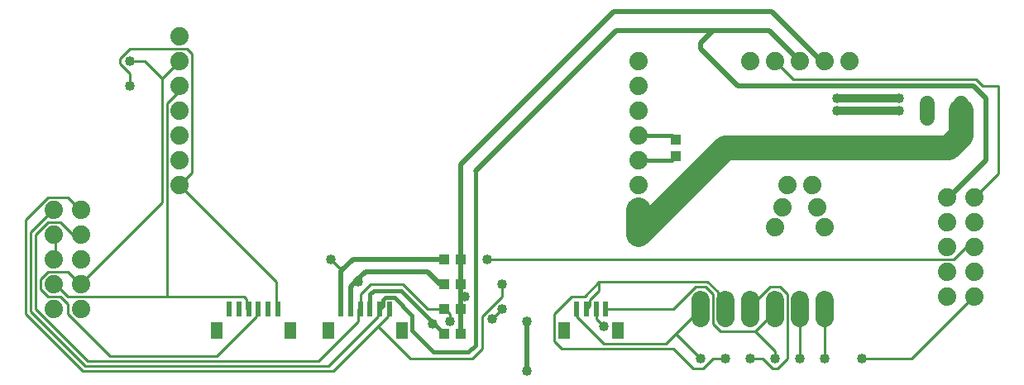
<source format=gtl>
G75*
%MOIN*%
%OFA0B0*%
%FSLAX25Y25*%
%IPPOS*%
%LPD*%
%AMOC8*
5,1,8,0,0,1.08239X$1,22.5*
%
%ADD10C,0.07400*%
%ADD11R,0.04724X0.07087*%
%ADD12R,0.02362X0.06102*%
%ADD13R,0.04331X0.03937*%
%ADD14C,0.06024*%
%ADD15C,0.07400*%
%ADD16R,0.03937X0.04331*%
%ADD17C,0.04000*%
%ADD18C,0.10000*%
%ADD19C,0.01500*%
%ADD20C,0.01000*%
%ADD21C,0.02000*%
%ADD22C,0.03200*%
D10*
X0281000Y0027300D02*
X0281000Y0034700D01*
X0291000Y0034700D02*
X0291000Y0027300D01*
X0301000Y0027300D02*
X0301000Y0034700D01*
X0311000Y0034700D02*
X0311000Y0027300D01*
X0321000Y0027300D02*
X0321000Y0034700D01*
X0331000Y0034700D02*
X0331000Y0027300D01*
D11*
X0247803Y0022240D03*
X0225882Y0022240D03*
X0160803Y0022240D03*
X0130882Y0022240D03*
X0115803Y0022240D03*
X0085882Y0022240D03*
D12*
X0091000Y0031000D03*
X0094937Y0031000D03*
X0098874Y0031000D03*
X0102811Y0031000D03*
X0106748Y0031000D03*
X0110685Y0031000D03*
X0136000Y0031000D03*
X0139937Y0031000D03*
X0143874Y0031000D03*
X0147811Y0031000D03*
X0151748Y0031000D03*
X0155685Y0031000D03*
X0231000Y0031000D03*
X0234937Y0031000D03*
X0238874Y0031000D03*
X0242811Y0031000D03*
D13*
X0184346Y0031000D03*
X0177654Y0031000D03*
X0177654Y0021000D03*
X0184346Y0021000D03*
X0184346Y0041000D03*
X0177654Y0041000D03*
X0177654Y0051000D03*
X0184346Y0051000D03*
D14*
X0372220Y0107988D02*
X0372220Y0114012D01*
X0386000Y0114012D02*
X0386000Y0107988D01*
D15*
X0341000Y0131000D03*
X0331000Y0131000D03*
X0321000Y0131000D03*
X0311000Y0131000D03*
X0301000Y0131000D03*
X0256000Y0131000D03*
X0256000Y0121000D03*
X0256000Y0111000D03*
X0256000Y0101000D03*
X0256000Y0091000D03*
X0256000Y0081000D03*
X0256000Y0071000D03*
X0256000Y0061000D03*
X0311000Y0064000D03*
X0314000Y0072000D03*
X0328000Y0072000D03*
X0331000Y0064000D03*
X0326000Y0081000D03*
X0316000Y0081000D03*
X0380500Y0076000D03*
X0391500Y0076000D03*
X0391500Y0066000D03*
X0380500Y0066000D03*
X0380500Y0056000D03*
X0391500Y0056000D03*
X0391500Y0046000D03*
X0380500Y0046000D03*
X0380500Y0036000D03*
X0391500Y0036000D03*
X0071000Y0081000D03*
X0071000Y0091000D03*
X0071000Y0101000D03*
X0071000Y0111000D03*
X0071000Y0121000D03*
X0071000Y0131000D03*
X0071000Y0141000D03*
X0031500Y0071000D03*
X0020500Y0071000D03*
X0020500Y0061000D03*
X0031500Y0061000D03*
X0031500Y0051000D03*
X0020500Y0051000D03*
X0020500Y0041000D03*
X0031500Y0041000D03*
X0031500Y0031000D03*
X0020500Y0031000D03*
D16*
X0271000Y0092654D03*
X0271000Y0099346D03*
D17*
X0336000Y0111000D03*
X0336000Y0116000D03*
X0361000Y0116000D03*
X0361000Y0111000D03*
X0195000Y0051000D03*
X0201000Y0041000D03*
X0186000Y0036000D03*
X0201000Y0031000D03*
X0197000Y0027000D03*
X0211000Y0026000D03*
X0242000Y0024000D03*
X0281000Y0011000D03*
X0291000Y0011000D03*
X0301000Y0011000D03*
X0311000Y0011000D03*
X0321000Y0011000D03*
X0331000Y0011000D03*
X0346000Y0011000D03*
X0211000Y0006000D03*
X0173000Y0025000D03*
X0180000Y0026000D03*
X0143000Y0042000D03*
X0132000Y0051000D03*
X0051000Y0121000D03*
X0051000Y0131000D03*
D18*
X0256000Y0071000D02*
X0256000Y0061000D01*
X0291000Y0096000D01*
X0381000Y0096000D01*
X0386000Y0101000D01*
X0386000Y0111000D01*
D19*
X0271000Y0099346D02*
X0269346Y0101000D01*
X0256000Y0101000D01*
X0269346Y0091000D02*
X0271000Y0092654D01*
X0269346Y0091000D02*
X0256000Y0091000D01*
X0190338Y0086662D02*
X0190338Y0016338D01*
X0187500Y0013500D01*
X0173500Y0013500D01*
X0164765Y0022235D01*
X0164765Y0028415D01*
X0157529Y0035651D01*
X0153841Y0035651D01*
X0152904Y0034714D01*
X0152904Y0032156D01*
X0151748Y0031000D01*
X0147811Y0031000D02*
X0147811Y0036811D01*
X0149400Y0038400D01*
X0160254Y0038400D01*
X0173327Y0025327D01*
X0177654Y0021000D01*
X0391500Y0056000D02*
X0391600Y0056000D01*
D20*
X0032000Y0006000D02*
X0009000Y0029000D01*
X0009000Y0067000D01*
X0018000Y0076000D01*
X0026000Y0076000D01*
X0031000Y0071000D01*
X0031500Y0071000D01*
X0023000Y0066000D02*
X0018000Y0066000D01*
X0013000Y0061000D01*
X0013000Y0031000D01*
X0034000Y0010000D01*
X0127000Y0010000D01*
X0143000Y0026000D01*
X0143000Y0031000D01*
X0143874Y0031000D01*
X0144000Y0031000D01*
X0144000Y0037000D01*
X0148000Y0041000D01*
X0161000Y0041000D01*
X0171000Y0031000D01*
X0177654Y0031000D01*
X0178000Y0031000D01*
X0180000Y0029000D01*
X0180000Y0026000D01*
X0173327Y0025327D02*
X0173000Y0025000D01*
X0155000Y0028000D02*
X0155000Y0031000D01*
X0155685Y0031000D01*
X0151748Y0031000D02*
X0151000Y0031000D01*
X0151000Y0028000D01*
X0131000Y0008000D01*
X0033000Y0008000D01*
X0011000Y0030000D01*
X0011000Y0062000D01*
X0020000Y0071000D01*
X0020500Y0071000D01*
X0023000Y0066000D02*
X0028000Y0061000D01*
X0031500Y0061000D01*
X0021000Y0061000D02*
X0020500Y0061000D01*
X0021000Y0061000D02*
X0021000Y0051000D01*
X0020500Y0051000D01*
X0018000Y0046000D02*
X0026000Y0046000D01*
X0031000Y0041000D01*
X0031500Y0041000D01*
X0031000Y0041000D02*
X0064000Y0074000D01*
X0064000Y0124000D01*
X0057000Y0131000D01*
X0051000Y0131000D01*
X0047000Y0132000D02*
X0047000Y0130000D01*
X0051000Y0126000D01*
X0051000Y0121000D01*
X0064000Y0124000D02*
X0071000Y0131000D01*
X0076000Y0134000D02*
X0076000Y0086000D01*
X0071000Y0081000D01*
X0110000Y0042000D01*
X0110000Y0031000D01*
X0110685Y0031000D01*
X0102811Y0031000D02*
X0102000Y0031000D01*
X0102000Y0028000D01*
X0086000Y0012000D01*
X0043000Y0012000D01*
X0026000Y0029000D01*
X0026000Y0033000D01*
X0023000Y0036000D01*
X0018000Y0036000D01*
X0015000Y0039000D01*
X0015000Y0043000D01*
X0018000Y0046000D01*
X0020500Y0041000D02*
X0021000Y0041000D01*
X0026000Y0036000D01*
X0066000Y0036000D01*
X0066000Y0114000D01*
X0071000Y0119000D01*
X0071000Y0121000D01*
X0051000Y0136000D02*
X0047000Y0132000D01*
X0051000Y0136000D02*
X0074000Y0136000D01*
X0076000Y0134000D01*
X0132000Y0051000D02*
X0136500Y0046500D01*
X0142500Y0042500D02*
X0143000Y0042000D01*
X0155000Y0028000D02*
X0151000Y0024000D01*
X0164000Y0011000D01*
X0189000Y0011000D01*
X0193000Y0015000D01*
X0193000Y0028000D01*
X0201000Y0036000D01*
X0201000Y0041000D01*
X0186000Y0036000D02*
X0184346Y0036000D01*
X0197000Y0027000D02*
X0201000Y0031000D01*
X0222000Y0029000D02*
X0229000Y0036000D01*
X0234298Y0036000D01*
X0240149Y0041851D01*
X0240149Y0038346D01*
X0236393Y0034590D01*
X0236393Y0032456D01*
X0234937Y0031000D01*
X0235000Y0031000D01*
X0238874Y0031000D02*
X0239000Y0031000D01*
X0239000Y0027000D01*
X0242000Y0024000D01*
X0242000Y0017000D02*
X0231000Y0028000D01*
X0231000Y0031000D01*
X0242811Y0031000D02*
X0270000Y0031000D01*
X0279000Y0040000D01*
X0283000Y0040000D01*
X0286000Y0037000D01*
X0286000Y0025000D01*
X0289000Y0022000D01*
X0303000Y0022000D01*
X0311000Y0014000D01*
X0311000Y0011000D01*
X0310000Y0007000D02*
X0306000Y0011000D01*
X0301000Y0011000D01*
X0310000Y0007000D02*
X0312000Y0007000D01*
X0316000Y0011000D01*
X0316000Y0037000D01*
X0313000Y0040000D01*
X0309000Y0040000D01*
X0301000Y0032000D01*
X0301000Y0031000D01*
X0303000Y0022000D02*
X0311000Y0030000D01*
X0311000Y0031000D01*
X0321000Y0031000D02*
X0321000Y0011000D01*
X0331000Y0011000D02*
X0331000Y0031000D01*
X0291000Y0031000D02*
X0288000Y0034000D01*
X0288000Y0037828D01*
X0283828Y0042000D01*
X0240298Y0042000D01*
X0240149Y0041851D01*
X0222000Y0029000D02*
X0222000Y0018000D01*
X0225000Y0015000D01*
X0270000Y0015000D01*
X0278000Y0007000D01*
X0282000Y0007000D01*
X0286000Y0011000D01*
X0291000Y0011000D01*
X0281000Y0011000D02*
X0271000Y0021000D01*
X0267000Y0017000D01*
X0242000Y0017000D01*
X0271000Y0021000D02*
X0281000Y0031000D01*
X0346000Y0011000D02*
X0366000Y0011000D01*
X0391000Y0036000D01*
X0391500Y0036000D01*
X0383000Y0051000D02*
X0195000Y0051000D01*
X0151000Y0024000D02*
X0133000Y0006000D01*
X0032000Y0006000D01*
X0098000Y0031000D02*
X0098874Y0031000D01*
X0098000Y0031000D02*
X0098000Y0035000D01*
X0097000Y0036000D01*
X0066000Y0036000D01*
X0311000Y0131000D02*
X0318500Y0123500D01*
X0392036Y0123500D01*
X0394536Y0121000D01*
X0401000Y0121000D01*
X0401000Y0085500D01*
X0391500Y0076000D01*
X0391500Y0056000D02*
X0388000Y0056000D01*
X0383000Y0051000D01*
X0331000Y0131000D02*
X0329737Y0131000D01*
D21*
X0309737Y0151000D01*
X0246000Y0151000D01*
X0184346Y0089346D01*
X0184346Y0051000D01*
X0184346Y0041000D01*
X0184346Y0036000D01*
X0184346Y0031000D01*
X0184346Y0021000D01*
X0211000Y0026000D02*
X0211000Y0006000D01*
X0139937Y0031000D02*
X0139937Y0039937D01*
X0142500Y0042500D01*
X0146000Y0046000D01*
X0171000Y0046000D01*
X0176000Y0041000D01*
X0177654Y0041000D01*
X0177654Y0051000D02*
X0141000Y0051000D01*
X0136500Y0046500D01*
X0136000Y0046000D01*
X0136000Y0031000D01*
X0190338Y0086662D02*
X0247077Y0143400D01*
X0286000Y0143400D01*
X0281000Y0138400D01*
X0281000Y0136000D01*
X0296000Y0121000D01*
X0391000Y0121000D01*
X0396000Y0116000D01*
X0396000Y0091000D01*
X0381000Y0076000D01*
X0380500Y0076000D01*
X0321000Y0131000D02*
X0308600Y0143400D01*
X0286000Y0143400D01*
D22*
X0336000Y0116000D02*
X0361000Y0116000D01*
X0361000Y0111000D02*
X0336000Y0111000D01*
M02*

</source>
